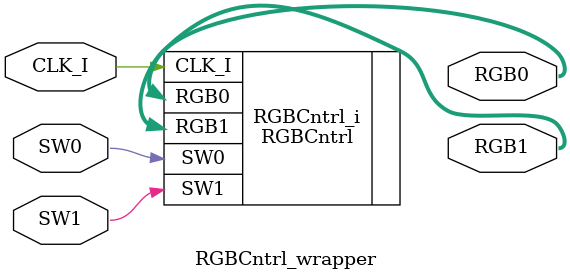
<source format=v>
`timescale 1 ps / 1 ps

module RGBCntrl_wrapper
   (CLK_I,
    RGB0,
    RGB1,
    SW0,
    SW1);
  input CLK_I;
  output [2:0]RGB0;
  output [2:0]RGB1;
  input SW0;
  input SW1;

  wire CLK_I;
  wire [2:0]RGB0;
  wire [2:0]RGB1;
  wire SW0;
  wire SW1;

  RGBCntrl RGBCntrl_i
       (.CLK_I(CLK_I),
        .RGB0(RGB0),
        .RGB1(RGB1),
        .SW0(SW0),
        .SW1(SW1));
endmodule

</source>
